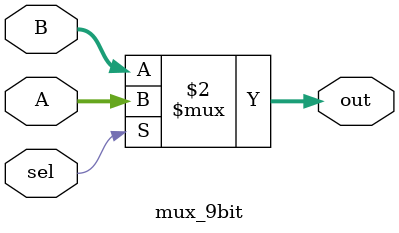
<source format=sv>
module mux_9bit(
    input sel,
    input [8:0] A,
    input [8:0] B,
    output reg [8:0] out
);


    always_comb begin
        out = sel ? A : B;
    end
endmodule
</source>
